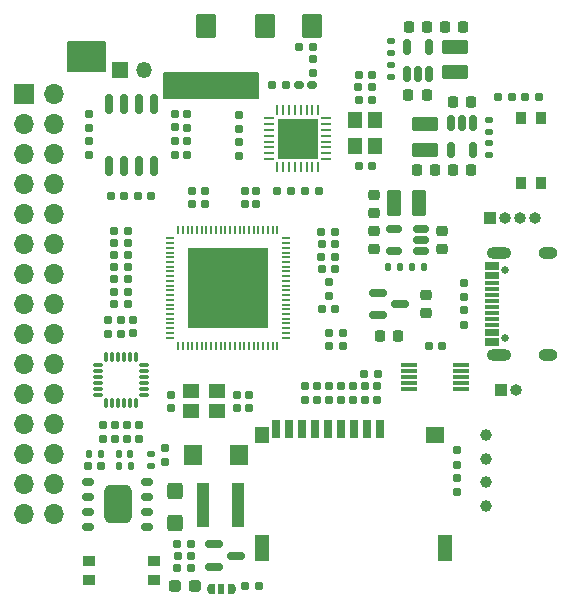
<source format=gbr>
%TF.GenerationSoftware,KiCad,Pcbnew,6.99.0-unknown-5a2f351f28~146~ubuntu20.04.1*%
%TF.CreationDate,2022-01-27T10:55:03+08:00*%
%TF.ProjectId,M5Pi,4d355069-2e6b-4696-9361-645f70636258,1.0*%
%TF.SameCoordinates,Original*%
%TF.FileFunction,Soldermask,Top*%
%TF.FilePolarity,Negative*%
%FSLAX46Y46*%
G04 Gerber Fmt 4.6, Leading zero omitted, Abs format (unit mm)*
G04 Created by KiCad (PCBNEW 6.99.0-unknown-5a2f351f28~146~ubuntu20.04.1) date 2022-01-27 10:55:03*
%MOMM*%
%LPD*%
G01*
G04 APERTURE LIST*
G04 Aperture macros list*
%AMRoundRect*
0 Rectangle with rounded corners*
0 $1 Rounding radius*
0 $2 $3 $4 $5 $6 $7 $8 $9 X,Y pos of 4 corners*
0 Add a 4 corners polygon primitive as box body*
4,1,4,$2,$3,$4,$5,$6,$7,$8,$9,$2,$3,0*
0 Add four circle primitives for the rounded corners*
1,1,$1+$1,$2,$3*
1,1,$1+$1,$4,$5*
1,1,$1+$1,$6,$7*
1,1,$1+$1,$8,$9*
0 Add four rect primitives between the rounded corners*
20,1,$1+$1,$2,$3,$4,$5,0*
20,1,$1+$1,$4,$5,$6,$7,0*
20,1,$1+$1,$6,$7,$8,$9,0*
20,1,$1+$1,$8,$9,$2,$3,0*%
%AMFreePoly0*
4,1,19,0.350000,-0.450000,0.000000,-0.450000,0.000000,-0.445442,-0.052094,-0.445442,-0.150000,-0.409808,-0.229813,-0.342836,-0.281908,-0.252606,-0.295592,-0.175000,-0.300000,-0.175000,-0.300000,0.175000,-0.295592,0.175000,-0.281908,0.252606,-0.229813,0.342836,-0.150000,0.409808,-0.052094,0.445442,0.000000,0.445442,0.000000,0.450000,0.350000,0.450000,0.350000,-0.450000,0.350000,-0.450000,
$1*%
G04 Aperture macros list end*
%ADD10C,0.150000*%
%ADD11C,0.200000*%
%ADD12FreePoly0,180.000000*%
%ADD13R,0.600000X0.900000*%
%ADD14FreePoly0,0.000000*%
%ADD15RoundRect,0.155000X0.212500X0.155000X-0.212500X0.155000X-0.212500X-0.155000X0.212500X-0.155000X0*%
%ADD16RoundRect,0.155000X-0.155000X0.212500X-0.155000X-0.212500X0.155000X-0.212500X0.155000X0.212500X0*%
%ADD17RoundRect,0.160000X-0.197500X-0.160000X0.197500X-0.160000X0.197500X0.160000X-0.197500X0.160000X0*%
%ADD18RoundRect,0.160000X-0.160000X0.197500X-0.160000X-0.197500X0.160000X-0.197500X0.160000X0.197500X0*%
%ADD19RoundRect,0.160000X0.160000X-0.197500X0.160000X0.197500X-0.160000X0.197500X-0.160000X-0.197500X0*%
%ADD20RoundRect,0.155000X-0.212500X-0.155000X0.212500X-0.155000X0.212500X0.155000X-0.212500X0.155000X0*%
%ADD21RoundRect,0.250000X0.850000X-0.375000X0.850000X0.375000X-0.850000X0.375000X-0.850000X-0.375000X0*%
%ADD22R,1.200000X1.400000*%
%ADD23R,1.200000X2.200000*%
%ADD24R,1.600000X1.400000*%
%ADD25R,0.700000X1.600000*%
%ADD26C,1.000000*%
%ADD27R,1.000000X1.000000*%
%ADD28O,1.000000X1.000000*%
%ADD29RoundRect,0.135000X-0.135000X-0.185000X0.135000X-0.185000X0.135000X0.185000X-0.135000X0.185000X0*%
%ADD30R,1.400000X0.300000*%
%ADD31RoundRect,0.155000X0.155000X-0.212500X0.155000X0.212500X-0.155000X0.212500X-0.155000X-0.212500X0*%
%ADD32RoundRect,0.225000X-0.225000X-0.250000X0.225000X-0.250000X0.225000X0.250000X-0.225000X0.250000X0*%
%ADD33RoundRect,0.150000X0.150000X-0.512500X0.150000X0.512500X-0.150000X0.512500X-0.150000X-0.512500X0*%
%ADD34RoundRect,0.150000X-0.150000X0.512500X-0.150000X-0.512500X0.150000X-0.512500X0.150000X0.512500X0*%
%ADD35RoundRect,0.160000X0.197500X0.160000X-0.197500X0.160000X-0.197500X-0.160000X0.197500X-0.160000X0*%
%ADD36RoundRect,0.160000X0.222500X0.160000X-0.222500X0.160000X-0.222500X-0.160000X0.222500X-0.160000X0*%
%ADD37RoundRect,0.225000X0.250000X-0.225000X0.250000X0.225000X-0.250000X0.225000X-0.250000X-0.225000X0*%
%ADD38RoundRect,0.135000X0.185000X-0.135000X0.185000X0.135000X-0.185000X0.135000X-0.185000X-0.135000X0*%
%ADD39R,1.700000X1.700000*%
%ADD40O,1.700000X1.700000*%
%ADD41R,1.100000X3.700000*%
%ADD42RoundRect,0.150000X0.350000X0.150000X-0.350000X0.150000X-0.350000X-0.150000X0.350000X-0.150000X0*%
%ADD43RoundRect,0.600000X-0.600000X1.050000X-0.600000X-1.050000X0.600000X-1.050000X0.600000X1.050000X0*%
%ADD44RoundRect,0.225000X-0.250000X0.225000X-0.250000X-0.225000X0.250000X-0.225000X0.250000X0.225000X0*%
%ADD45R,0.875000X1.100000*%
%ADD46RoundRect,0.075000X-0.350000X-0.075000X0.350000X-0.075000X0.350000X0.075000X-0.350000X0.075000X0*%
%ADD47RoundRect,0.075000X0.075000X-0.350000X0.075000X0.350000X-0.075000X0.350000X-0.075000X-0.350000X0*%
%ADD48RoundRect,0.225000X0.225000X0.250000X-0.225000X0.250000X-0.225000X-0.250000X0.225000X-0.250000X0*%
%ADD49RoundRect,0.150000X0.512500X0.150000X-0.512500X0.150000X-0.512500X-0.150000X0.512500X-0.150000X0*%
%ADD50RoundRect,0.237500X-0.287500X-0.237500X0.287500X-0.237500X0.287500X0.237500X-0.287500X0.237500X0*%
%ADD51C,0.650000*%
%ADD52R,1.150000X0.300000*%
%ADD53O,2.100000X1.000000*%
%ADD54O,1.600000X1.000000*%
%ADD55R,1.400000X1.200000*%
%ADD56RoundRect,0.150000X-0.587500X-0.150000X0.587500X-0.150000X0.587500X0.150000X-0.587500X0.150000X0*%
%ADD57R,1.350000X1.350000*%
%ADD58O,1.350000X1.350000*%
%ADD59RoundRect,0.062500X-0.062500X0.375000X-0.062500X-0.375000X0.062500X-0.375000X0.062500X0.375000X0*%
%ADD60RoundRect,0.062500X-0.375000X0.062500X-0.375000X-0.062500X0.375000X-0.062500X0.375000X0.062500X0*%
%ADD61R,3.450000X3.450000*%
%ADD62RoundRect,0.250000X-0.425000X0.450000X-0.425000X-0.450000X0.425000X-0.450000X0.425000X0.450000X0*%
%ADD63RoundRect,0.135000X0.135000X0.185000X-0.135000X0.185000X-0.135000X-0.185000X0.135000X-0.185000X0*%
%ADD64RoundRect,0.147500X0.147500X0.172500X-0.147500X0.172500X-0.147500X-0.172500X0.147500X-0.172500X0*%
%ADD65O,0.200000X0.800000*%
%ADD66O,0.800000X0.200000*%
%ADD67R,6.840000X6.840000*%
%ADD68RoundRect,0.135000X-0.185000X0.135000X-0.185000X-0.135000X0.185000X-0.135000X0.185000X0.135000X0*%
%ADD69R,1.520000X1.680000*%
%ADD70RoundRect,0.150000X-0.150000X0.675000X-0.150000X-0.675000X0.150000X-0.675000X0.150000X0.675000X0*%
%ADD71RoundRect,0.101600X-0.749300X0.899160X-0.749300X-0.899160X0.749300X-0.899160X0.749300X0.899160X0*%
%ADD72RoundRect,0.250000X0.375000X0.850000X-0.375000X0.850000X-0.375000X-0.850000X0.375000X-0.850000X0*%
%ADD73RoundRect,0.147500X0.172500X-0.147500X0.172500X0.147500X-0.172500X0.147500X-0.172500X-0.147500X0*%
%ADD74R,1.100000X0.875000*%
%ADD75RoundRect,0.250000X-0.850000X0.375000X-0.850000X-0.375000X0.850000X-0.375000X0.850000X0.375000X0*%
G04 APERTURE END LIST*
D10*
X126213353Y-70126564D02*
X134163353Y-70126564D01*
X134163353Y-70126564D02*
X134163353Y-72306564D01*
X134163353Y-72306564D02*
X126213353Y-72306564D01*
X126213353Y-72306564D02*
X126213353Y-70126564D01*
G36*
X126213353Y-70126564D02*
G01*
X134163353Y-70126564D01*
X134163353Y-72306564D01*
X126213353Y-72306564D01*
X126213353Y-70126564D01*
G37*
D11*
X118063353Y-67501564D02*
X121163353Y-67501564D01*
X121163353Y-67501564D02*
X121163353Y-70001564D01*
X121163353Y-70001564D02*
X118063353Y-70001564D01*
X118063353Y-70001564D02*
X118063353Y-67501564D01*
G36*
X118063353Y-67501564D02*
G01*
X121163353Y-67501564D01*
X121163353Y-70001564D01*
X118063353Y-70001564D01*
X118063353Y-67501564D01*
G37*
D12*
%TO.C,JP1*%
X131963353Y-113851564D03*
D13*
X131063352Y-113851563D03*
D14*
X130163353Y-113851564D03*
%TD*%
D15*
%TO.C,C5*%
X143800853Y-72401564D03*
X142665853Y-72401564D03*
%TD*%
D16*
%TO.C,C26*%
X126813353Y-97384064D03*
X126813353Y-98519064D03*
%TD*%
D15*
%TO.C,C21*%
X123123353Y-87621564D03*
X121988353Y-87621564D03*
%TD*%
D16*
%TO.C,C53*%
X126263353Y-101934064D03*
X126263353Y-103069064D03*
%TD*%
D17*
%TO.C,R19*%
X133065853Y-113601564D03*
X134260853Y-113601564D03*
%TD*%
D18*
%TO.C,R11*%
X142178353Y-96646564D03*
X142178353Y-97841564D03*
%TD*%
D16*
%TO.C,C14*%
X134013353Y-80134064D03*
X134013353Y-81269064D03*
%TD*%
D19*
%TO.C,R13*%
X140128353Y-97841564D03*
X140128353Y-96646564D03*
%TD*%
D16*
%TO.C,C47*%
X127123353Y-73616564D03*
X127123353Y-74751564D03*
%TD*%
D20*
%TO.C,C44*%
X121988353Y-86601564D03*
X123123353Y-86601564D03*
%TD*%
D21*
%TO.C,L1*%
X150813353Y-70096564D03*
X150813353Y-67946564D03*
%TD*%
D15*
%TO.C,C40*%
X140680853Y-84651564D03*
X139545853Y-84651564D03*
%TD*%
D19*
%TO.C,R6*%
X122513353Y-92219064D03*
X122513353Y-91024064D03*
%TD*%
D22*
%TO.C,J1*%
X134513352Y-100771563D03*
D23*
X134513352Y-110371563D03*
D24*
X149113352Y-100771563D03*
D23*
X150013352Y-110371563D03*
D25*
X144513352Y-100271563D03*
X143413352Y-100271563D03*
X142313352Y-100271563D03*
X141213352Y-100271563D03*
X140113352Y-100271563D03*
X139013352Y-100271563D03*
X137913352Y-100271563D03*
X136813352Y-100271563D03*
X135713352Y-100271563D03*
%TD*%
D26*
%TO.C,J11*%
X153463353Y-106801564D03*
X153463353Y-104801564D03*
X153463353Y-102801564D03*
X153463353Y-100801564D03*
%TD*%
D27*
%TO.C,J12*%
X153773352Y-82401563D03*
D28*
X155043352Y-82401563D03*
X156313352Y-82401563D03*
X157583352Y-82401563D03*
%TD*%
D29*
%TO.C,R25*%
X145195853Y-86551564D03*
X146215853Y-86551564D03*
%TD*%
D19*
%TO.C,R34*%
X128163353Y-77096564D03*
X128163353Y-75901564D03*
%TD*%
D30*
%TO.C,U1*%
X151373352Y-96891563D03*
X151373352Y-96391563D03*
X151373352Y-95891563D03*
X151373352Y-95391563D03*
X151373352Y-94891563D03*
X146973352Y-94891563D03*
X146973352Y-95391563D03*
X146973352Y-95891563D03*
X146973352Y-96391563D03*
X146973352Y-96891563D03*
%TD*%
D31*
%TO.C,C20*%
X128538353Y-81269064D03*
X128538353Y-80134064D03*
%TD*%
D15*
%TO.C,C12*%
X141330853Y-93301564D03*
X140195853Y-93301564D03*
%TD*%
D32*
%TO.C,C33*%
X149963353Y-66246564D03*
X151513353Y-66246564D03*
%TD*%
D18*
%TO.C,R32*%
X151000000Y-104402500D03*
X151000000Y-105597500D03*
%TD*%
D33*
%TO.C,U6*%
X146733353Y-70239064D03*
X147683353Y-70239064D03*
X148633353Y-70239064D03*
X148633353Y-67964064D03*
X146733353Y-67964064D03*
%TD*%
D17*
%TO.C,R10*%
X121958353Y-89691564D03*
X123153353Y-89691564D03*
%TD*%
D31*
%TO.C,C7*%
X132533353Y-77136564D03*
X132533353Y-76001564D03*
%TD*%
D34*
%TO.C,U7*%
X152363353Y-74376564D03*
X151413353Y-74376564D03*
X150463353Y-74376564D03*
X150463353Y-76651564D03*
X152363353Y-76651564D03*
%TD*%
D20*
%TO.C,C50*%
X156795853Y-72201564D03*
X157930853Y-72201564D03*
%TD*%
%TO.C,C22*%
X140195853Y-92201564D03*
X141330853Y-92201564D03*
%TD*%
D18*
%TO.C,Ri1*%
X119813353Y-73586564D03*
X119813353Y-74781564D03*
%TD*%
D35*
%TO.C,R30*%
X140710853Y-83601564D03*
X139515853Y-83601564D03*
%TD*%
D31*
%TO.C,Ci1*%
X119813353Y-77066564D03*
X119813353Y-75931564D03*
%TD*%
D19*
%TO.C,R16*%
X138113353Y-97841564D03*
X138113353Y-96646564D03*
%TD*%
D18*
%TO.C,R15*%
X144253353Y-96646564D03*
X144253353Y-97841564D03*
%TD*%
D36*
%TO.C,TBD1*%
X138758353Y-71151564D03*
X137613353Y-71151564D03*
%TD*%
D37*
%TO.C,C42*%
X148350853Y-90476564D03*
X148350853Y-88926564D03*
%TD*%
D18*
%TO.C,R8*%
X122033353Y-99936564D03*
X122033353Y-101131564D03*
%TD*%
%TO.C,R4*%
X151613353Y-87956564D03*
X151613353Y-89151564D03*
%TD*%
D19*
%TO.C,R7*%
X121463353Y-92249064D03*
X121463353Y-91054064D03*
%TD*%
D27*
%TO.C,J3*%
X154763352Y-96976563D03*
D28*
X156033352Y-96976563D03*
%TD*%
D18*
%TO.C,R35*%
X128153353Y-73586564D03*
X128153353Y-74781564D03*
%TD*%
D38*
%TO.C,R24*%
X153693353Y-75159064D03*
X153693353Y-74139064D03*
%TD*%
D15*
%TO.C,C1*%
X144280853Y-95601564D03*
X143145853Y-95601564D03*
%TD*%
D17*
%TO.C,R9*%
X121958353Y-88651564D03*
X123153353Y-88651564D03*
%TD*%
D35*
%TO.C,R36*%
X155660853Y-72201564D03*
X154465853Y-72201564D03*
%TD*%
D16*
%TO.C,C3*%
X138813353Y-68984064D03*
X138813353Y-70119064D03*
%TD*%
D18*
%TO.C,R3*%
X151613353Y-90254064D03*
X151613353Y-91449064D03*
%TD*%
D39*
%TO.C,J2*%
X114313352Y-71901563D03*
D40*
X116853352Y-71901563D03*
X114313352Y-74441563D03*
X116853352Y-74441563D03*
X114313352Y-76981563D03*
X116853352Y-76981563D03*
X114313352Y-79521563D03*
X116853352Y-79521563D03*
X114313352Y-82061563D03*
X116853352Y-82061563D03*
X114313352Y-84601563D03*
X116853352Y-84601563D03*
X114313352Y-87141563D03*
X116853352Y-87141563D03*
X114313352Y-89681563D03*
X116853352Y-89681563D03*
X114313352Y-92221563D03*
X116853352Y-92221563D03*
X114313352Y-94761563D03*
X116853352Y-94761563D03*
X114313352Y-97301563D03*
X116853352Y-97301563D03*
X114313352Y-99841563D03*
X116853352Y-99841563D03*
X114313352Y-102381563D03*
X116853352Y-102381563D03*
X114313352Y-104921563D03*
X116853352Y-104921563D03*
X114313352Y-107461563D03*
X116853352Y-107461563D03*
%TD*%
D41*
%TO.C,L4*%
X132463352Y-106701563D03*
X129463352Y-106701563D03*
%TD*%
D42*
%TO.C,U10*%
X124763353Y-108606564D03*
X124763353Y-107336564D03*
X124763353Y-106066564D03*
X124763353Y-104796564D03*
X119763353Y-104796564D03*
X119763353Y-106066564D03*
X119763353Y-107336564D03*
X119763353Y-108606564D03*
D43*
X122263353Y-106601564D03*
%TD*%
D17*
%TO.C,R5*%
X142635853Y-71361564D03*
X143830853Y-71361564D03*
%TD*%
D35*
%TO.C,R18*%
X128508353Y-112061564D03*
X127313353Y-112061564D03*
%TD*%
D44*
%TO.C,C37*%
X143985853Y-83526564D03*
X143985853Y-85076564D03*
%TD*%
D19*
%TO.C,R37*%
X151000000Y-103297500D03*
X151000000Y-102102500D03*
%TD*%
D45*
%TO.C,SW2*%
X158076352Y-73941563D03*
X158076352Y-79441563D03*
X156451352Y-73941563D03*
X156451352Y-79441563D03*
%TD*%
D46*
%TO.C,U4*%
X120583353Y-94891564D03*
X120583353Y-95391564D03*
X120583353Y-95891564D03*
X120583353Y-96391564D03*
X120583353Y-96891564D03*
X120583353Y-97391564D03*
D47*
X121283353Y-98091564D03*
X121783353Y-98091564D03*
X122283353Y-98091564D03*
X122783353Y-98091564D03*
X123283353Y-98091564D03*
X123783353Y-98091564D03*
D46*
X124483353Y-97391564D03*
X124483353Y-96891564D03*
X124483353Y-96391564D03*
X124483353Y-95891564D03*
X124483353Y-95391564D03*
X124483353Y-94891564D03*
D47*
X123783353Y-94191564D03*
X123283353Y-94191564D03*
X122783353Y-94191564D03*
X122283353Y-94191564D03*
X121783353Y-94191564D03*
X121283353Y-94191564D03*
%TD*%
D20*
%TO.C,C8*%
X142665853Y-70321564D03*
X143800853Y-70321564D03*
%TD*%
D48*
%TO.C,C38*%
X149163353Y-78359064D03*
X147613353Y-78359064D03*
%TD*%
D20*
%TO.C,C49*%
X121675853Y-80541564D03*
X122810853Y-80541564D03*
%TD*%
D49*
%TO.C,U8*%
X147963353Y-85251564D03*
X147963353Y-84301564D03*
X147963353Y-83351564D03*
X145688353Y-83351564D03*
X145688353Y-85251564D03*
%TD*%
D17*
%TO.C,R17*%
X127313353Y-109991564D03*
X128508353Y-109991564D03*
%TD*%
D50*
%TO.C,D1*%
X127088353Y-113601564D03*
X128838353Y-113601564D03*
%TD*%
D32*
%TO.C,C36*%
X150638353Y-78359064D03*
X152188353Y-78359064D03*
%TD*%
D31*
%TO.C,C11*%
X133388353Y-98519064D03*
X133388353Y-97384064D03*
%TD*%
D48*
%TO.C,C32*%
X148458353Y-66251564D03*
X146908353Y-66251564D03*
%TD*%
D18*
%TO.C,R12*%
X143203353Y-96646564D03*
X143203353Y-97841564D03*
%TD*%
D31*
%TO.C,C18*%
X123558353Y-92189064D03*
X123558353Y-91054064D03*
%TD*%
D20*
%TO.C,C28*%
X127343353Y-111031564D03*
X128478353Y-111031564D03*
%TD*%
D51*
%TO.C,UART1*%
X155058353Y-92591564D03*
X155058353Y-86811564D03*
D52*
X153993352Y-93051563D03*
X153993352Y-92251563D03*
X153993352Y-90951563D03*
X153993352Y-89951563D03*
X153993352Y-89451563D03*
X153993352Y-88451563D03*
X153993352Y-87151563D03*
X153993352Y-86351563D03*
X153993352Y-86651563D03*
X153993352Y-87451563D03*
X153993352Y-87951563D03*
X153993352Y-88951563D03*
X153993352Y-90451563D03*
X153993352Y-91451563D03*
X153993352Y-91951563D03*
X153993352Y-92751563D03*
D53*
X154558352Y-94021563D03*
D54*
X158738352Y-94021563D03*
D53*
X154558352Y-85381563D03*
D54*
X158738352Y-85381563D03*
%TD*%
D15*
%TO.C,C13*%
X140700853Y-90121564D03*
X139565853Y-90121564D03*
%TD*%
D55*
%TO.C,Y2*%
X128463352Y-98801563D03*
X130663352Y-98801563D03*
X130663352Y-97101563D03*
X128463352Y-97101563D03*
%TD*%
D15*
%TO.C,C41*%
X140680853Y-86751564D03*
X139545853Y-86751564D03*
%TD*%
D37*
%TO.C,C39*%
X143970853Y-82041564D03*
X143970853Y-80491564D03*
%TD*%
D56*
%TO.C,U9*%
X144325853Y-88751564D03*
X144325853Y-90651564D03*
X146200853Y-89701564D03*
%TD*%
D57*
%TO.C,J6*%
X122463352Y-69901563D03*
D58*
X124463352Y-69901563D03*
%TD*%
D35*
%TO.C,R29*%
X139288353Y-80181564D03*
X138093353Y-80181564D03*
%TD*%
D15*
%TO.C,C51*%
X120898353Y-103401564D03*
X119763353Y-103401564D03*
%TD*%
D16*
%TO.C,C17*%
X124083353Y-99966564D03*
X124083353Y-101101564D03*
%TD*%
D35*
%TO.C,R31*%
X140710853Y-85701564D03*
X139515853Y-85701564D03*
%TD*%
D59*
%TO.C,U2*%
X139263353Y-73264064D03*
X138763353Y-73264064D03*
X138263353Y-73264064D03*
X137763353Y-73264064D03*
X137263353Y-73264064D03*
X136763353Y-73264064D03*
X136263353Y-73264064D03*
X135763353Y-73264064D03*
D60*
X135075853Y-73951564D03*
X135075853Y-74451564D03*
X135075853Y-74951564D03*
X135075853Y-75451564D03*
X135075853Y-75951564D03*
X135075853Y-76451564D03*
X135075853Y-76951564D03*
X135075853Y-77451564D03*
D59*
X135763353Y-78139064D03*
X136263353Y-78139064D03*
X136763353Y-78139064D03*
X137263353Y-78139064D03*
X137763353Y-78139064D03*
X138263353Y-78139064D03*
X138763353Y-78139064D03*
X139263353Y-78139064D03*
D60*
X139950853Y-77451564D03*
X139950853Y-76951564D03*
X139950853Y-76451564D03*
X139950853Y-75951564D03*
X139950853Y-75451564D03*
X139950853Y-74951564D03*
X139950853Y-74451564D03*
X139950853Y-73951564D03*
D61*
X137513352Y-75701563D03*
%TD*%
D62*
%TO.C,C56*%
X127113353Y-105551564D03*
X127113353Y-108251564D03*
%TD*%
D20*
%TO.C,C48*%
X123983353Y-80541564D03*
X125118353Y-80541564D03*
%TD*%
D63*
%TO.C,R2*%
X123373353Y-103401564D03*
X122353353Y-103401564D03*
%TD*%
D64*
%TO.C,D2*%
X123348353Y-102401564D03*
X122378353Y-102401564D03*
%TD*%
D65*
%TO.C,U3*%
X135793352Y-83451563D03*
X135393352Y-83451563D03*
X134993352Y-83451563D03*
X134593352Y-83451563D03*
X134193352Y-83451563D03*
X133793352Y-83451563D03*
X133393352Y-83451563D03*
X132993352Y-83451563D03*
X132593352Y-83451563D03*
X132193352Y-83451563D03*
X131793352Y-83451563D03*
X131393352Y-83451563D03*
X130993352Y-83451563D03*
X130593352Y-83451563D03*
X130193352Y-83451563D03*
X129793352Y-83451563D03*
X129393352Y-83451563D03*
X128993352Y-83451563D03*
X128593352Y-83451563D03*
X128193352Y-83451563D03*
X127793352Y-83451563D03*
X127393352Y-83451563D03*
D66*
X126693352Y-84151563D03*
X126693352Y-84551563D03*
X126693352Y-84951563D03*
X126693352Y-85351563D03*
X126693352Y-85751563D03*
X126693352Y-86151563D03*
X126693352Y-86551563D03*
X126693352Y-86951563D03*
X126693352Y-87351563D03*
X126693352Y-87751563D03*
X126693352Y-88151563D03*
X126693352Y-88551563D03*
X126693352Y-88951563D03*
X126693352Y-89351563D03*
X126693352Y-89751563D03*
X126693352Y-90151563D03*
X126693352Y-90551563D03*
X126693352Y-90951563D03*
X126693352Y-91351563D03*
X126693352Y-91751563D03*
X126693352Y-92151563D03*
X126693352Y-92551563D03*
D65*
X127393352Y-93251563D03*
X127793352Y-93251563D03*
X128193352Y-93251563D03*
X128593352Y-93251563D03*
X128993352Y-93251563D03*
X129393352Y-93251563D03*
X129793352Y-93251563D03*
X130193352Y-93251563D03*
X130593352Y-93251563D03*
X130993352Y-93251563D03*
X131393352Y-93251563D03*
X131793352Y-93251563D03*
X132193352Y-93251563D03*
X132593352Y-93251563D03*
X132993352Y-93251563D03*
X133393352Y-93251563D03*
X133793352Y-93251563D03*
X134193352Y-93251563D03*
X134593352Y-93251563D03*
X134993352Y-93251563D03*
X135393352Y-93251563D03*
X135793352Y-93251563D03*
D66*
X136493352Y-92551563D03*
X136493352Y-92151563D03*
X136493352Y-91751563D03*
X136493352Y-91351563D03*
X136493352Y-90951563D03*
X136493352Y-90551563D03*
X136493352Y-90151563D03*
X136493352Y-89751563D03*
X136493352Y-89351563D03*
X136493352Y-88951563D03*
X136493352Y-88551563D03*
X136493352Y-88151563D03*
X136493352Y-87751563D03*
X136493352Y-87351563D03*
X136493352Y-86951563D03*
X136493352Y-86551563D03*
X136493352Y-86151563D03*
X136493352Y-85751563D03*
X136493352Y-85351563D03*
X136493352Y-84951563D03*
X136493352Y-84551563D03*
X136493352Y-84151563D03*
D67*
X131593352Y-88351563D03*
%TD*%
D31*
%TO.C,C6*%
X132533353Y-74859064D03*
X132533353Y-73724064D03*
%TD*%
D32*
%TO.C,C43*%
X144488353Y-92451564D03*
X146038353Y-92451564D03*
%TD*%
D38*
%TO.C,R23*%
X153693353Y-77119064D03*
X153693353Y-76099064D03*
%TD*%
D32*
%TO.C,C31*%
X146888353Y-72001564D03*
X148438353Y-72001564D03*
%TD*%
D16*
%TO.C,C16*%
X120993353Y-99966564D03*
X120993353Y-101101564D03*
%TD*%
D15*
%TO.C,C45*%
X123123353Y-85581564D03*
X121988353Y-85581564D03*
%TD*%
D19*
%TO.C,R14*%
X139129353Y-97841564D03*
X139129353Y-96646564D03*
%TD*%
D68*
%TO.C,R21*%
X145403353Y-67476564D03*
X145403353Y-68496564D03*
%TD*%
D69*
%TO.C,D4*%
X128613352Y-102501563D03*
X132513352Y-102501563D03*
%TD*%
D31*
%TO.C,C27*%
X141153353Y-97811564D03*
X141153353Y-96676564D03*
%TD*%
D29*
%TO.C,R1*%
X119853353Y-102401564D03*
X120873353Y-102401564D03*
%TD*%
D15*
%TO.C,C23*%
X123123353Y-83531564D03*
X121988353Y-83531564D03*
%TD*%
D20*
%TO.C,C4*%
X142670853Y-78001564D03*
X143805853Y-78001564D03*
%TD*%
D56*
%TO.C,Q1*%
X130425853Y-110051564D03*
X130425853Y-111951564D03*
X132300853Y-111001564D03*
%TD*%
D17*
%TO.C,R28*%
X135768353Y-80181564D03*
X136963353Y-80181564D03*
%TD*%
D35*
%TO.C,R27*%
X136508353Y-71151564D03*
X135313353Y-71151564D03*
%TD*%
D70*
%TO.C,U5*%
X125383353Y-72781564D03*
X124113353Y-72781564D03*
X122843353Y-72781564D03*
X121573353Y-72781564D03*
X121573353Y-78031564D03*
X122843353Y-78031564D03*
X124113353Y-78031564D03*
X125383353Y-78031564D03*
%TD*%
D29*
%TO.C,R26*%
X147195853Y-86561564D03*
X148215853Y-86561564D03*
%TD*%
D20*
%TO.C,C57*%
X137645853Y-67951564D03*
X138780853Y-67951564D03*
%TD*%
D16*
%TO.C,C10*%
X129663353Y-80134064D03*
X129663353Y-81269064D03*
%TD*%
%TO.C,C9*%
X133013353Y-80134064D03*
X133013353Y-81269064D03*
%TD*%
D71*
%TO.C,AE1*%
X138733813Y-66174367D03*
X129737133Y-66174367D03*
X134735473Y-66174367D03*
%TD*%
D72*
%TO.C,L3*%
X147820853Y-81141564D03*
X145670853Y-81141564D03*
%TD*%
D73*
%TO.C,D3*%
X125063353Y-103386564D03*
X125063353Y-102416564D03*
%TD*%
D31*
%TO.C,C46*%
X127123353Y-77066564D03*
X127123353Y-75931564D03*
%TD*%
D20*
%TO.C,C2*%
X148605853Y-93291564D03*
X149740853Y-93291564D03*
%TD*%
D68*
%TO.C,R22*%
X145403353Y-69436564D03*
X145403353Y-70456564D03*
%TD*%
D37*
%TO.C,C35*%
X149713353Y-85076564D03*
X149713353Y-83526564D03*
%TD*%
D16*
%TO.C,C19*%
X123063353Y-99966564D03*
X123063353Y-101101564D03*
%TD*%
%TO.C,C15*%
X140133353Y-87884064D03*
X140133353Y-89019064D03*
%TD*%
D74*
%TO.C,SW1*%
X125388352Y-113114563D03*
X119888352Y-113114563D03*
X125388352Y-111489563D03*
X119888352Y-111489563D03*
%TD*%
D48*
%TO.C,C34*%
X152188353Y-72614064D03*
X150638353Y-72614064D03*
%TD*%
D31*
%TO.C,C25*%
X132338353Y-98519064D03*
X132338353Y-97384064D03*
%TD*%
D15*
%TO.C,C24*%
X123123353Y-84561564D03*
X121988353Y-84561564D03*
%TD*%
D22*
%TO.C,Y1*%
X142363352Y-74101563D03*
X142363352Y-76301563D03*
X144063352Y-76301563D03*
X144063352Y-74101563D03*
%TD*%
D75*
%TO.C,L2*%
X148263353Y-74509064D03*
X148263353Y-76659064D03*
%TD*%
M02*

</source>
